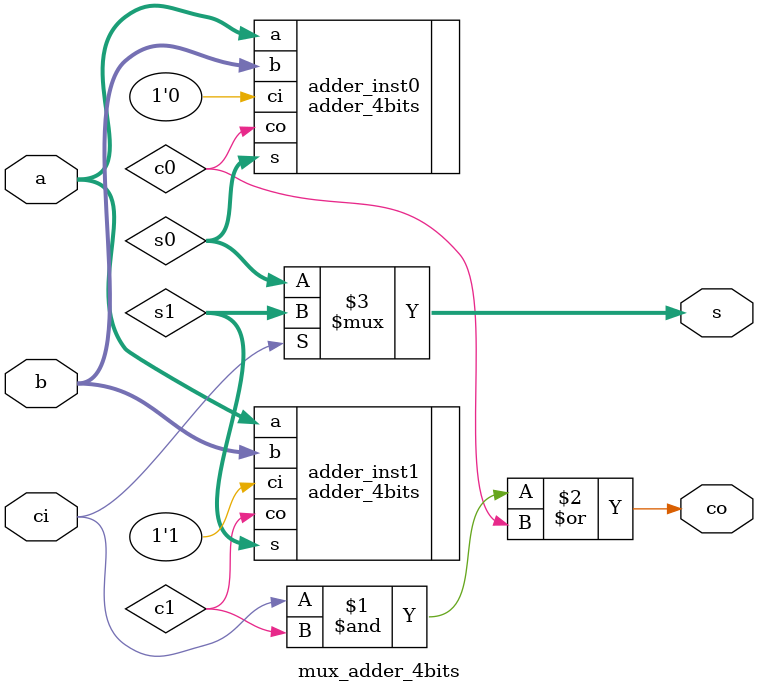
<source format=v>



module mux_adder_4bits(
	a,
	b,
	ci,
	s,
	co );
	
	input [3 : 0] a;
	input [3 : 0] b;
	input ci;
	output [3 : 0] s;
	output co;
	
	wire c0, c1;
	wire [3 :0] s0, s1;
	
	
	adder_4bits adder_inst1(
	   .a(a),
		.b(b),
		.ci(1'b1),
		.s(s1),
		.co(c1) );
	adder_4bits adder_inst0(
		.a(a),
	   .b(b),
		.ci(1'b0),
		.s(s0),
		.co(c0) );
	
	assign co = (ci & c1) | c0;
	assign s = ci ? s1 : s0;
	
endmodule
</source>
